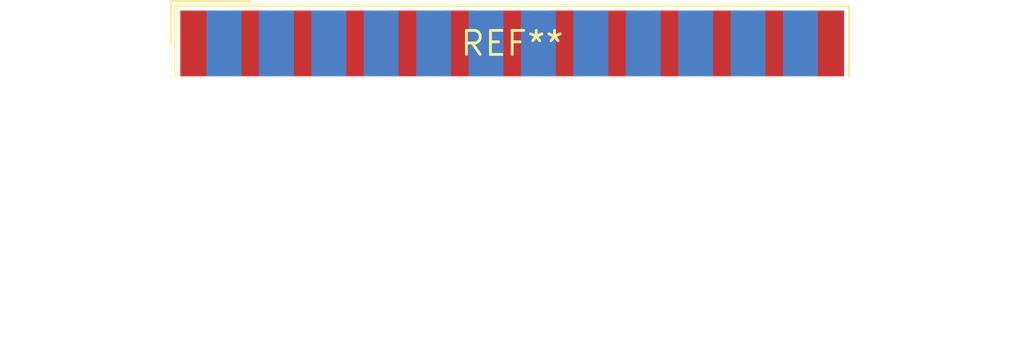
<source format=kicad_pcb>
(kicad_pcb (version 20240108) (generator pcbnew)
  (layers (0 "F.Cu" signal) (31 "B.Cu" signal) (34 "B.Paste" user) (35 "F.Paste" user) (36 "B.SilkS" user "B.Silkscreen") (37 "F.SilkS" user "F.Silkscreen") (38 "B.Mask" user) (39 "F.Mask" user) (44 "Edge.Cuts" user))
  (net 0 "")
  (footprint "DSUB-25_Male_EdgeMount_P2.77mm" (layer "F.Cu") (at 0 0)
    (property "Reference" "REF**")
    (property "Value" "DSUB-25_Male_EdgeMount_P2.77mm")
    (fp_line (start -18.043333 -2.24) (end -13.85 -2.24) (layer "F.SilkS") (stroke (width 0.12)))
    (fp_line (start -18.043333 0) (end -18.043333 -2.24) (layer "F.SilkS") (stroke (width 0.12)))
    (fp_line (start -17.803333 -2) (end -17.803333 1.74) (layer "F.SilkS") (stroke (width 0.12)))
    (fp_line (start 17.803333 -2) (end -17.803333 -2) (layer "F.SilkS") (stroke (width 0.12)))
    (fp_line (start 17.803333 1.74) (end 17.803333 -2) (layer "F.SilkS") (stroke (width 0.12)))
    (pad "1" smd rect (at -16.62 0) (size 1.846667 3.48) (layers "F.Cu" "F.Paste" "F.Mask"))
    (pad "2" smd rect (at -13.85 0) (size 1.846667 3.48) (layers "F.Cu" "F.Paste" "F.Mask"))
    (pad "3" smd rect (at -11.08 0) (size 1.846667 3.48) (layers "F.Cu" "F.Paste" "F.Mask"))
    (pad "4" smd rect (at -8.31 0) (size 1.846667 3.48) (layers "F.Cu" "F.Paste" "F.Mask"))
    (pad "5" smd rect (at -5.54 0) (size 1.846667 3.48) (layers "F.Cu" "F.Paste" "F.Mask"))
    (pad "6" smd rect (at -2.77 0) (size 1.846667 3.48) (layers "F.Cu" "F.Paste" "F.Mask"))
    (pad "7" smd rect (at 0 0) (size 1.846667 3.48) (layers "F.Cu" "F.Paste" "F.Mask"))
    (pad "8" smd rect (at 2.77 0) (size 1.846667 3.48) (layers "F.Cu" "F.Paste" "F.Mask"))
    (pad "9" smd rect (at 5.54 0) (size 1.846667 3.48) (layers "F.Cu" "F.Paste" "F.Mask"))
    (pad "10" smd rect (at 8.31 0) (size 1.846667 3.48) (layers "F.Cu" "F.Paste" "F.Mask"))
    (pad "11" smd rect (at 11.08 0) (size 1.846667 3.48) (layers "F.Cu" "F.Paste" "F.Mask"))
    (pad "12" smd rect (at 13.85 0) (size 1.846667 3.48) (layers "F.Cu" "F.Paste" "F.Mask"))
    (pad "13" smd rect (at 16.62 0) (size 1.846667 3.48) (layers "F.Cu" "F.Paste" "F.Mask"))
    (pad "14" smd rect (at -15.235 0) (size 1.846667 3.48) (layers "B.Cu" "B.Paste" "B.Mask"))
    (pad "15" smd rect (at -12.465 0) (size 1.846667 3.48) (layers "B.Cu" "B.Paste" "B.Mask"))
    (pad "16" smd rect (at -9.695 0) (size 1.846667 3.48) (layers "B.Cu" "B.Paste" "B.Mask"))
    (pad "17" smd rect (at -6.925 0) (size 1.846667 3.48) (layers "B.Cu" "B.Paste" "B.Mask"))
    (pad "18" smd rect (at -4.155 0) (size 1.846667 3.48) (layers "B.Cu" "B.Paste" "B.Mask"))
    (pad "19" smd rect (at -1.385 0) (size 1.846667 3.48) (layers "B.Cu" "B.Paste" "B.Mask"))
    (pad "20" smd rect (at 1.385 0) (size 1.846667 3.48) (layers "B.Cu" "B.Paste" "B.Mask"))
    (pad "21" smd rect (at 4.155 0) (size 1.846667 3.48) (layers "B.Cu" "B.Paste" "B.Mask"))
    (pad "22" smd rect (at 6.925 0) (size 1.846667 3.48) (layers "B.Cu" "B.Paste" "B.Mask"))
    (pad "23" smd rect (at 9.695 0) (size 1.846667 3.48) (layers "B.Cu" "B.Paste" "B.Mask"))
    (pad "24" smd rect (at 12.465 0) (size 1.846667 3.48) (layers "B.Cu" "B.Paste" "B.Mask"))
    (pad "25" smd rect (at 15.235 0) (size 1.846667 3.48) (layers "B.Cu" "B.Paste" "B.Mask"))
  )
)
</source>
